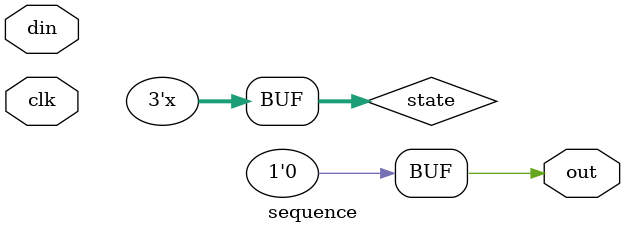
<source format=v>
`timescale 1ns / 1ps


module sequence(clk,din,out);
input clk,din;
output reg out;
parameter s0=0,s1=1,s2=2,s3=3,s4=4,s5=5,s6=6;
reg [2:0] state;

always@(posedge clk)
    begin
    case(state)
    s0: state <= din? s1:s0;
    s1: state <= din? s1:s2;
    s2: state <= din? s3:s0;
    s3: state <= din? s1:s4;
    s4: state <= din? s5:s0;
    s5: state <= din? s1:s6;
    default state <= s0;
    endcase
    end
    
always@(state)
    begin
    case(state)
    s0: out = 1'b0;
    s1: out = 1'b0;
    s2: out = 1'b0;
    s3: out = 1'b0;
    s4: out = 1'b0;
    s5: out = 1'b0;
    s6: begin
        out = 1'b1;
        state = s4;
        end
    default out = 0;
    endcase
    end         
endmodule

</source>
